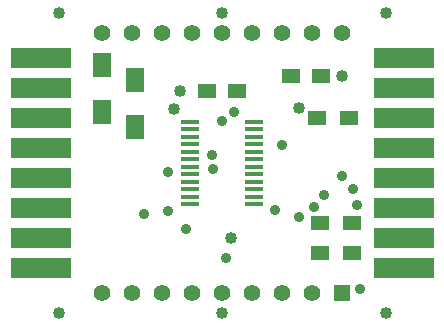
<source format=gbr>
G04 #@! TF.FileFunction,Soldermask,Top*
%FSLAX46Y46*%
G04 Gerber Fmt 4.6, Leading zero omitted, Abs format (unit mm)*
G04 Created by KiCad (PCBNEW (2015-06-05 BZR 5717)-product) date Sat Jul 11 20:53:22 2015*
%MOMM*%
G01*
G04 APERTURE LIST*
%ADD10C,0.100000*%
%ADD11R,1.600000X2.000000*%
%ADD12R,1.500000X1.250000*%
%ADD13R,1.500000X1.300000*%
%ADD14R,1.600000X0.400000*%
%ADD15R,1.400000X1.400000*%
%ADD16C,1.400000*%
%ADD17R,4.064000X1.778000*%
%ADD18R,2.032000X1.778000*%
%ADD19C,0.889000*%
%ADD20C,1.016000*%
G04 APERTURE END LIST*
D10*
D11*
X137160000Y-87662000D03*
X137160000Y-91662000D03*
D12*
X145776000Y-88646000D03*
X143276000Y-88646000D03*
D11*
X134366000Y-86392000D03*
X134366000Y-90392000D03*
D12*
X150388000Y-87376000D03*
X152888000Y-87376000D03*
D13*
X152574000Y-90932000D03*
X155274000Y-90932000D03*
X152828000Y-99822000D03*
X155528000Y-99822000D03*
X155528000Y-102362000D03*
X152828000Y-102362000D03*
D14*
X141826000Y-91249500D03*
X141826000Y-91884500D03*
X141826000Y-92519500D03*
X141826000Y-93154500D03*
X141826000Y-93789500D03*
X141826000Y-94424500D03*
X141826000Y-95059500D03*
X141826000Y-95694500D03*
X141826000Y-96329500D03*
X141826000Y-96964500D03*
X141826000Y-97599500D03*
X141826000Y-98234500D03*
X147226000Y-98234500D03*
X147226000Y-97599500D03*
X147226000Y-96964500D03*
X147226000Y-96329500D03*
X147226000Y-95694500D03*
X147226000Y-95059500D03*
X147226000Y-94424500D03*
X147226000Y-93789500D03*
X147226000Y-93154500D03*
X147226000Y-92519500D03*
X147226000Y-91884500D03*
X147226000Y-91249500D03*
D15*
X154686000Y-105742000D03*
D16*
X152146000Y-105742000D03*
X149606000Y-105742000D03*
X147066000Y-105742000D03*
X144526000Y-105742000D03*
X141986000Y-105742000D03*
X139446000Y-105742000D03*
X136906000Y-105742000D03*
X134366000Y-105742000D03*
X134366000Y-83742000D03*
X136906000Y-83742000D03*
X139446000Y-83742000D03*
X141986000Y-83742000D03*
X144526000Y-83742000D03*
X147066000Y-83742000D03*
X149606000Y-83742000D03*
X152146000Y-83742000D03*
X154686000Y-83742000D03*
D17*
X128651000Y-103632000D03*
X128651000Y-101092000D03*
X128651000Y-98552000D03*
X128651000Y-96012000D03*
X128651000Y-93472000D03*
X128651000Y-90932000D03*
X128651000Y-88392000D03*
D18*
X130683000Y-85852000D03*
X130683000Y-88392000D03*
X130683000Y-90932000D03*
X130683000Y-93472000D03*
X130683000Y-96012000D03*
X130683000Y-98552000D03*
X130683000Y-101092000D03*
X130683000Y-103632000D03*
D17*
X128651000Y-85852000D03*
X160401000Y-85852000D03*
X160401000Y-88392000D03*
X160401000Y-90932000D03*
X160401000Y-93472000D03*
X160401000Y-96012000D03*
X160401000Y-98552000D03*
X160401000Y-101092000D03*
D18*
X158369000Y-103632000D03*
X158369000Y-101092000D03*
X158369000Y-98552000D03*
X158369000Y-96012000D03*
X158369000Y-93472000D03*
X158369000Y-90932000D03*
X158369000Y-88392000D03*
X158369000Y-85852000D03*
D17*
X160401000Y-103632000D03*
D19*
X151003000Y-99314000D03*
D20*
X151003000Y-90042980D03*
X145288000Y-101092000D03*
X140462000Y-90170000D03*
X140970000Y-88646000D03*
X158369000Y-82042000D03*
X144526000Y-82042000D03*
X130683000Y-82042000D03*
X154686000Y-87376000D03*
X130683000Y-107442000D03*
X144526000Y-107442000D03*
X158369000Y-107442000D03*
D19*
X149618230Y-93205770D03*
X143710052Y-94033948D03*
X144843520Y-102743000D03*
X156210000Y-105409990D03*
X143764000Y-95249998D03*
X141478006Y-100330000D03*
X139954000Y-95504000D03*
X137922000Y-99060000D03*
X139954000Y-98806000D03*
X148970996Y-98679000D03*
X152273000Y-98425000D03*
X153162010Y-97409000D03*
X155956000Y-98298000D03*
X155575000Y-96900996D03*
X154715819Y-95855181D03*
X144526000Y-91186000D03*
X145542000Y-90424000D03*
M02*

</source>
